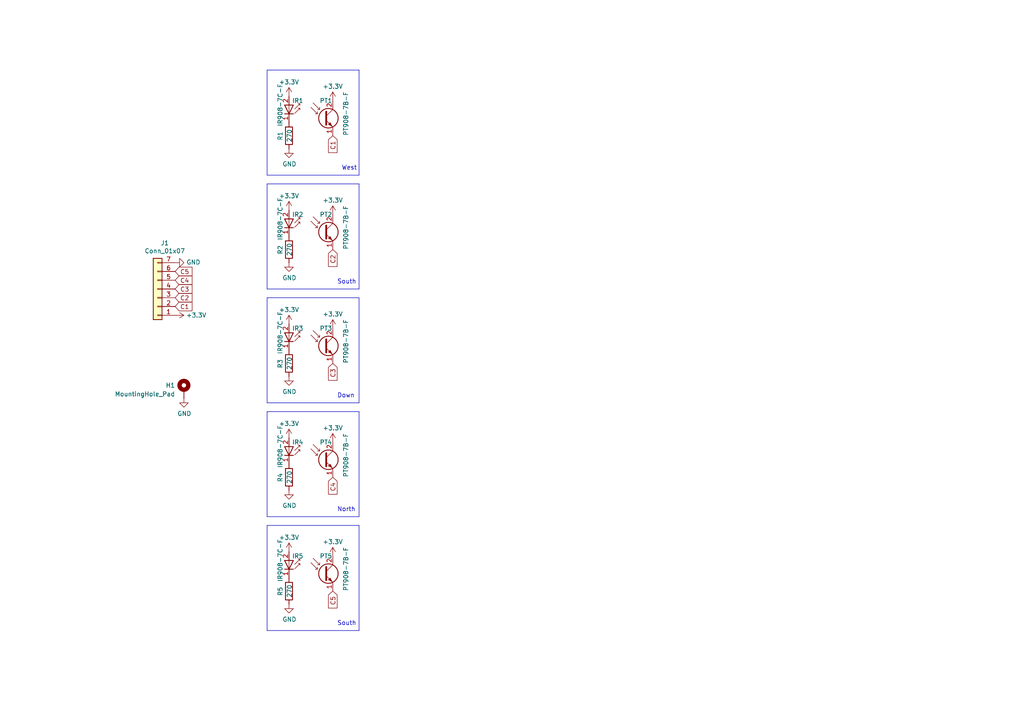
<source format=kicad_sch>
(kicad_sch (version 20230121) (generator eeschema)
  (paper "A4")
  (lib_symbols
    (symbol "Connector_Generic:Conn_01x07" (pin_names (offset 1.016) hide)
      (property "Reference" "J" (at 0 10.16 0))
      (property "Value" "Conn_01x07" (at 0 -10.16 0))
      (symbol "Conn_01x07_1_1"
        (rectangle (start -1.27 -7.493) (end 0 -7.747) (stroke (width 0.1524)))
        (rectangle (start -1.27 -4.953) (end 0 -5.207) (stroke (width 0.1524)))
        (rectangle (start -1.27 -2.413) (end 0 -2.667) (stroke (width 0.1524)))
        (rectangle (start -1.27 0.127) (end 0 -0.127) (stroke (width 0.1524)))
        (rectangle (start -1.27 2.667) (end 0 2.413) (stroke (width 0.1524)))
        (rectangle (start -1.27 5.207) (end 0 4.953) (stroke (width 0.1524)))
        (rectangle (start -1.27 7.747) (end 0 7.493) (stroke (width 0.1524)))
        (rectangle (start -1.27 8.89) (end 1.27 -8.89) (stroke (width 0.254)) (fill (type background)))
        (pin passive line (at -5.08 7.62 0) (length 3.81) (name "Pin_1") (number "1"))
        (pin passive line (at -5.08 5.08 0) (length 3.81) (name "Pin_2") (number "2"))
        (pin passive line (at -5.08 2.54 0) (length 3.81) (name "Pin_3") (number "3"))
        (pin passive line (at -5.08 0 0) (length 3.81) (name "Pin_4") (number "4"))
        (pin passive line (at -5.08 -2.54 0) (length 3.81) (name "Pin_5") (number "5"))
        (pin passive line (at -5.08 -5.08 0) (length 3.81) (name "Pin_6") (number "6"))
        (pin passive line (at -5.08 -7.62 0) (length 3.81) (name "Pin_7") (number "7"))
      )
    )
    (symbol "Device:R" (pin_numbers hide) (pin_names (offset 0))
      (property "Reference" "R" (at 2.032 0 90))
      (property "Value" "R" (at 0 0 90))
      (symbol "R_0_1"
        (rectangle (start -1.016 -2.54) (end 1.016 2.54) (stroke (width 0.254)))
      )
      (symbol "R_1_1"
        (pin passive line (at 0 3.81 270) (length 1.27) (name "~") (number "1"))
        (pin passive line (at 0 -3.81 90) (length 1.27) (name "~") (number "2"))
      )
    )
    (symbol "Mechanical:MountingHole_Pad" (pin_numbers hide) (pin_names (offset 1.016) hide)
      (property "Reference" "H" (at 0 6.35 0))
      (property "Value" "MountingHole_Pad" (at 0 4.445 0))
      (symbol "MountingHole_Pad_0_1"
        (circle (center 0 1.27) (radius 1.27) (stroke (width 1.27)))
      )
      (symbol "MountingHole_Pad_1_1"
        (pin input line (at 0 -2.54 90) (length 2.54) (name "1") (number "1"))
      )
    )
    (symbol "lalboard:IR908-7C-F" (pin_names (offset 1.016) hide)
      (property "Reference" "D" (at 1.778 3.048 0))
      (property "Value" "IR908-7C-F" (at -1.016 -2.794 0))
      (symbol "IR908-7C-F_0_1"
        (polyline (pts (xy -2.54 0) (xy 0 0)))
        (polyline (pts (xy -2.54 1.27) (xy -2.54 -1.27)) (stroke (width 0.254)))
        (polyline (pts (xy 0.381 3.175) (xy -0.127 3.175)))
        (polyline (pts (xy -1.143 1.651) (xy 0.381 3.175) (xy 0.381 2.667)))
        (polyline (pts (xy 0 -1.27) (xy 0 1.27) (xy -2.54 0) (xy 0 -1.27)) (stroke (width 0.254)))
        (polyline (pts (xy -2.413 1.651) (xy -0.889 3.175) (xy -0.889 2.667) (xy -0.889 3.175) (xy -1.397 3.175)))
      )
      (symbol "IR908-7C-F_1_1"
        (pin passive line (at -5.08 0 0) (length 2.54) (name "K") (number "1"))
        (pin passive line (at 2.54 0 180) (length 2.54) (name "A") (number "2"))
      )
    )
    (symbol "lalboard:PT908-7B-F" (pin_names (offset 0) hide)
      (property "Reference" "Q" (at 5.08 1.27 0))
      (property "Value" "PT908-7B-F" (at 5.08 -1.27 0))
      (symbol "PT908-7B-F_0_1"
        (polyline (pts (xy -1.905 1.27) (xy -2.54 1.27)))
        (polyline (pts (xy -1.27 2.54) (xy -1.905 2.54)))
        (polyline (pts (xy 0.635 0.635) (xy 2.54 2.54)))
        (polyline (pts (xy -3.81 3.175) (xy -1.905 1.27) (xy -1.905 1.905)))
        (polyline (pts (xy -3.175 4.445) (xy -1.27 2.54) (xy -1.27 3.175)))
        (polyline (pts (xy 0.635 -0.635) (xy 2.54 -2.54) (xy 2.54 -2.54)))
        (polyline (pts (xy 0.635 1.905) (xy 0.635 -1.905) (xy 0.635 -1.905)) (stroke (width 0.508)))
        (polyline (pts (xy 1.27 -1.778) (xy 1.778 -1.27) (xy 2.286 -2.286) (xy 1.27 -1.778) (xy 1.27 -1.778)) (fill (type outline)))
        (circle (center 1.27 0) (radius 2.8194) (stroke (width 0.254)))
      )
      (symbol "PT908-7B-F_1_1"
        (pin passive line (at 2.54 -5.08 90) (length 2.54) (name "E") (number "1"))
        (pin passive line (at 2.54 5.08 270) (length 2.54) (name "C") (number "2"))
      )
    )
    (symbol "power:+3.3V" (power) (pin_names (offset 0))
      (property "Value" "+3.3V" (at 0 3.556 0))
      (symbol "+3.3V_0_1"
        (polyline (pts (xy -0.762 1.27) (xy 0 2.54)))
        (polyline (pts (xy 0 0) (xy 0 2.54)))
        (polyline (pts (xy 0 2.54) (xy 0.762 1.27)))
      )
      (symbol "+3.3V_1_1"
        (pin power_in line (at 0 0 90) (length 0) hide (name "+3.3V") (number "1"))
      )
    )
    (symbol "power:GND" (power) (pin_names (offset 0))
      (property "Value" "GND" (at 0 -3.81 0))
      (symbol "GND_0_1"
        (polyline (pts (xy 0 0) (xy 0 -1.27) (xy 1.27 -1.27) (xy 0 -2.54) (xy -1.27 -1.27) (xy 0 -1.27)))
      )
      (symbol "GND_1_1"
        (pin power_in line (at 0 0 270) (length 0) hide (name "GND") (number "1"))
      )
    )
  )
  (polyline (pts (xy 77.47 152.4) (xy 104.14 152.4)))
  (polyline (pts (xy 77.47 20.32) (xy 104.14 20.32)))
  (polyline (pts (xy 77.47 119.38) (xy 104.14 119.38)))
  (polyline (pts (xy 77.47 53.34) (xy 104.14 53.34)))
  (polyline (pts (xy 77.47 20.32) (xy 77.47 50.8)))
  (polyline (pts (xy 77.47 86.36) (xy 77.47 116.84)))
  (polyline (pts (xy 104.14 20.32) (xy 104.14 50.8)))
  (polyline (pts (xy 104.14 149.86) (xy 77.47 149.86)))
  (polyline (pts (xy 77.47 152.4) (xy 77.47 182.88)))
  (polyline (pts (xy 77.47 119.38) (xy 77.47 149.86)))
  (polyline (pts (xy 77.47 53.34) (xy 77.47 83.82)))
  (polyline (pts (xy 104.14 119.38) (xy 104.14 149.86)))
  (polyline (pts (xy 104.14 152.4) (xy 104.14 182.88)))
  (polyline (pts (xy 104.14 83.82) (xy 77.47 83.82)))
  (polyline (pts (xy 104.14 86.36) (xy 104.14 116.84)))
  (polyline (pts (xy 104.14 116.84) (xy 77.47 116.84)))
  (polyline (pts (xy 104.14 50.8) (xy 77.47 50.8)))
  (polyline (pts (xy 104.14 182.88) (xy 77.47 182.88)))
  (polyline (pts (xy 104.14 53.34) (xy 104.14 83.82)))
  (polyline (pts (xy 77.47 86.36) (xy 104.14 86.36)))
  (text "Down" (at 97.79 115.57 0) (effects (font (size 1.27 1.27)) (justify left bottom)))
  (text "North" (at 97.79 148.59 0) (effects (font (size 1.27 1.27)) (justify left bottom)))
  (text "West" (at 99.06 49.53 0) (effects (font (size 1.27 1.27)) (justify left bottom)))
  (text "South" (at 97.79 82.55 0) (effects (font (size 1.27 1.27)) (justify left bottom)))
  (text "South" (at 97.79 181.61 0) (effects (font (size 1.27 1.27)) (justify left bottom)))
  (global_label "C5" (shape input) (at 96.52 171.45 270) (property "Intersheetrefs" "${INTERSHEET_REFS}" (effects hide)))
  (global_label "C1" (shape input) (at 50.8 88.9 0) (property "Intersheetrefs" "${INTERSHEET_REFS}" (effects hide)))
  (global_label "C2" (shape input) (at 96.52 72.39 270) (property "Intersheetrefs" "${INTERSHEET_REFS}" (effects hide)))
  (global_label "C3" (shape input) (at 50.8 83.82 0) (property "Intersheetrefs" "${INTERSHEET_REFS}" (effects hide)))
  (global_label "C4" (shape input) (at 50.8 81.28 0) (property "Intersheetrefs" "${INTERSHEET_REFS}" (effects hide)))
  (global_label "C5" (shape input) (at 50.8 78.74 0) (property "Intersheetrefs" "${INTERSHEET_REFS}" (effects hide)))
  (global_label "C3" (shape input) (at 96.52 105.41 270) (property "Intersheetrefs" "${INTERSHEET_REFS}" (effects hide)))
  (global_label "C2" (shape input) (at 50.8 86.36 0) (property "Intersheetrefs" "${INTERSHEET_REFS}" (effects hide)))
  (global_label "C4" (shape input) (at 96.52 138.43 270) (property "Intersheetrefs" "${INTERSHEET_REFS}" (effects hide)))
  (global_label "C1" (shape input) (at 96.52 39.37 270) (property "Intersheetrefs" "${INTERSHEET_REFS}" (effects hide)))
  (symbol (lib_id "Connector_Generic:Conn_01x07") (at 45.72 83.82 180) (unit 1)
    (property "Reference" "J1" (at 47.8028 70.485 0))
    (property "Value" "Conn_01x07" (at 47.8028 72.7964 0))
    (property "Footprint" "lalboard:JST_ZH_S7B-ZR_1x07_P1.50mm_Horizontal" (effects hide))
  )
  (symbol (lib_id "lalboard:IR908-7C-F") (at 83.82 30.48 270) (mirror x) (unit 1)
    (property "Reference" "IR1" (at 86.36 29.21 90))
    (property "Value" "IR908-7C-F" (at 81.28 30.48 0))
    (property "Footprint" "lalboard:IR908-7C-F" (effects hide))
    (property "Datasheet" "https://www.everlight.com/file/ProductFile/201407052136280483.pdf" (effects hide))
  )
  (symbol (lib_id "lalboard:PT908-7B-F") (at 93.98 34.29 0) (unit 1)
    (property "Reference" "PT1" (at 92.71 29.21 0) (effects (justify left)))
    (property "Value" "PT908-7B-F" (at 100.33 39.37 90) (effects (justify left)))
    (property "Footprint" "lalboard:PT908-7C-F" (effects hide))
    (property "Datasheet" "https://www.everlight.com/file/ProductFile/PT908-7B-F.pdf" (effects hide))
  )
  (symbol (lib_id "Device:R") (at 83.82 39.37 180) (unit 1)
    (property "Reference" "R1" (at 81.28 38.1 90) (effects (justify left)))
    (property "Value" "270" (at 83.9724 37.4396 90) (effects (justify left)))
    (property "Footprint" "Resistor_SMD:R_0805_2012Metric_Pad1.20x1.40mm_HandSolder" (effects hide))
  )
  (symbol (lib_id "power:GND") (at 83.82 43.18 0) (unit 1)
    (property "Reference" "#PWR03" (effects hide))
    (property "Value" "GND" (at 83.947 47.5742 0))
  )
  (symbol (lib_id "power:GND") (at 50.8 76.2 90) (unit 1)
    (property "Reference" "#PWR01" (effects hide))
    (property "Value" "GND" (at 54.0512 76.073 90) (effects (justify right)))
  )
  (symbol (lib_id "lalboard:PT908-7B-F") (at 93.98 67.31 0) (unit 1)
    (property "Reference" "PT2" (at 92.71 62.23 0) (effects (justify left)))
    (property "Value" "PT908-7B-F" (at 100.33 72.39 90) (effects (justify left)))
    (property "Footprint" "lalboard:PT908-7C-F" (effects hide))
    (property "Datasheet" "https://www.everlight.com/file/ProductFile/PT908-7B-F.pdf" (effects hide))
  )
  (symbol (lib_id "Device:R") (at 83.82 72.39 180) (unit 1)
    (property "Reference" "R2" (at 81.28 71.12 90) (effects (justify left)))
    (property "Value" "270" (at 83.9724 70.4596 90) (effects (justify left)))
    (property "Footprint" "Resistor_SMD:R_0805_2012Metric_Pad1.20x1.40mm_HandSolder" (effects hide))
  )
  (symbol (lib_id "lalboard:IR908-7C-F") (at 83.82 63.5 270) (mirror x) (unit 1)
    (property "Reference" "IR2" (at 86.36 62.23 90))
    (property "Value" "IR908-7C-F" (at 81.28 63.5 0))
    (property "Footprint" "lalboard:IR908-7C-F" (effects hide))
    (property "Datasheet" "https://www.everlight.com/file/ProductFile/201407052136280483.pdf" (effects hide))
  )
  (symbol (lib_id "power:GND") (at 83.82 76.2 0) (unit 1)
    (property "Reference" "#PWR0102" (effects hide))
    (property "Value" "GND" (at 83.947 80.5942 0))
  )
  (symbol (lib_id "lalboard:PT908-7B-F") (at 93.98 100.33 0) (unit 1)
    (property "Reference" "PT3" (at 92.71 95.25 0) (effects (justify left)))
    (property "Value" "PT908-7B-F" (at 100.33 105.41 90) (effects (justify left)))
    (property "Footprint" "lalboard:PT908-7C-F" (effects hide))
    (property "Datasheet" "https://www.everlight.com/file/ProductFile/PT908-7B-F.pdf" (effects hide))
  )
  (symbol (lib_id "Device:R") (at 83.82 105.41 180) (unit 1)
    (property "Reference" "R3" (at 81.28 104.14 90) (effects (justify left)))
    (property "Value" "270" (at 83.9724 103.4796 90) (effects (justify left)))
    (property "Footprint" "Resistor_SMD:R_0805_2012Metric_Pad1.20x1.40mm_HandSolder" (effects hide))
  )
  (symbol (lib_id "lalboard:IR908-7C-F") (at 83.82 96.52 270) (mirror x) (unit 1)
    (property "Reference" "IR3" (at 86.36 95.25 90))
    (property "Value" "IR908-7C-F" (at 81.28 96.52 0))
    (property "Footprint" "lalboard:IR908-7C-F" (effects hide))
    (property "Datasheet" "https://www.everlight.com/file/ProductFile/201407052136280483.pdf" (effects hide))
  )
  (symbol (lib_id "power:GND") (at 83.82 109.22 0) (unit 1)
    (property "Reference" "#PWR0105" (effects hide))
    (property "Value" "GND" (at 83.947 113.6142 0))
  )
  (symbol (lib_id "lalboard:PT908-7B-F") (at 93.98 133.35 0) (unit 1)
    (property "Reference" "PT4" (at 92.71 128.27 0) (effects (justify left)))
    (property "Value" "PT908-7B-F" (at 100.33 138.43 90) (effects (justify left)))
    (property "Footprint" "lalboard:PT908-7C-F" (effects hide))
    (property "Datasheet" "https://www.everlight.com/file/ProductFile/PT908-7B-F.pdf" (effects hide))
  )
  (symbol (lib_id "Device:R") (at 83.82 138.43 180) (unit 1)
    (property "Reference" "R4" (at 81.28 137.16 90) (effects (justify left)))
    (property "Value" "270" (at 83.9724 136.4996 90) (effects (justify left)))
    (property "Footprint" "Resistor_SMD:R_0805_2012Metric_Pad1.20x1.40mm_HandSolder" (effects hide))
  )
  (symbol (lib_id "lalboard:IR908-7C-F") (at 83.82 129.54 270) (mirror x) (unit 1)
    (property "Reference" "IR4" (at 86.36 128.27 90))
    (property "Value" "IR908-7C-F" (at 81.28 129.54 0))
    (property "Footprint" "lalboard:IR908-7C-F" (effects hide))
    (property "Datasheet" "https://www.everlight.com/file/ProductFile/201407052136280483.pdf" (effects hide))
  )
  (symbol (lib_id "power:GND") (at 83.82 142.24 0) (unit 1)
    (property "Reference" "#PWR0108" (effects hide))
    (property "Value" "GND" (at 83.947 146.6342 0))
  )
  (symbol (lib_id "lalboard:PT908-7B-F") (at 93.98 166.37 0) (unit 1)
    (property "Reference" "PT5" (at 92.71 161.29 0) (effects (justify left)))
    (property "Value" "PT908-7B-F" (at 100.33 171.45 90) (effects (justify left)))
    (property "Footprint" "lalboard:PT908-7C-F" (effects hide))
    (property "Datasheet" "https://www.everlight.com/file/ProductFile/PT908-7B-F.pdf" (effects hide))
  )
  (symbol (lib_id "Device:R") (at 83.82 171.45 180) (unit 1)
    (property "Reference" "R5" (at 81.28 170.18 90) (effects (justify left)))
    (property "Value" "270" (at 83.9724 169.5196 90) (effects (justify left)))
    (property "Footprint" "Resistor_SMD:R_0805_2012Metric_Pad1.20x1.40mm_HandSolder" (effects hide))
  )
  (symbol (lib_id "lalboard:IR908-7C-F") (at 83.82 162.56 270) (mirror x) (unit 1)
    (property "Reference" "IR5" (at 86.36 161.29 90))
    (property "Value" "IR908-7C-F" (at 81.28 162.56 0))
    (property "Footprint" "lalboard:IR908-7C-F" (effects hide))
    (property "Datasheet" "https://www.everlight.com/file/ProductFile/201407052136280483.pdf" (effects hide))
  )
  (symbol (lib_id "power:GND") (at 83.82 175.26 0) (unit 1)
    (property "Reference" "#PWR0111" (effects hide))
    (property "Value" "GND" (at 83.947 179.6542 0))
  )
  (symbol (lib_id "power:+3.3V") (at 96.52 29.21 0) (unit 1)
    (property "Reference" "#PWR05" (effects hide))
    (property "Value" "+3.3V" (at 96.52 25.0769 0))
  )
  (symbol (lib_id "power:+3.3V") (at 83.82 60.96 0) (unit 1)
    (property "Reference" "#PWR06" (effects hide))
    (property "Value" "+3.3V" (at 83.82 56.8269 0))
  )
  (symbol (lib_id "power:+3.3V") (at 96.52 161.29 0) (unit 1)
    (property "Reference" "#PWR013" (effects hide))
    (property "Value" "+3.3V" (at 96.52 157.1569 0))
  )
  (symbol (lib_id "power:+3.3V") (at 83.82 93.98 0) (unit 1)
    (property "Reference" "#PWR08" (effects hide))
    (property "Value" "+3.3V" (at 83.82 89.8469 0))
  )
  (symbol (lib_id "Mechanical:MountingHole_Pad") (at 53.34 113.03 0) (unit 1)
    (property "Reference" "H1" (at 50.8 111.76 0) (effects (justify right)))
    (property "Value" "MountingHole_Pad" (at 50.8 114.3 0) (effects (justify right)))
    (property "Footprint" "MountingHole:MountingHole_3.2mm_M3_DIN965_Pad" (effects hide))
  )
  (symbol (lib_id "power:+3.3V") (at 96.52 128.27 0) (unit 1)
    (property "Reference" "#PWR011" (effects hide))
    (property "Value" "+3.3V" (at 96.52 124.1369 0))
  )
  (symbol (lib_id "power:GND") (at 53.34 115.57 0) (unit 1)
    (property "Reference" "#PWR?" (effects hide))
    (property "Value" "GND" (at 53.467 119.9642 0))
  )
  (symbol (lib_id "power:+3.3V") (at 83.82 127 0) (unit 1)
    (property "Reference" "#PWR010" (effects hide))
    (property "Value" "+3.3V" (at 83.82 122.8669 0))
  )
  (symbol (lib_id "power:+3.3V") (at 96.52 95.25 0) (unit 1)
    (property "Reference" "#PWR09" (effects hide))
    (property "Value" "+3.3V" (at 96.52 91.1169 0))
  )
  (symbol (lib_id "power:+3.3V") (at 50.8 91.44 270) (unit 1)
    (property "Reference" "#PWR02" (effects hide))
    (property "Value" "+3.3V" (at 53.975 91.44 90) (effects (justify left)))
  )
  (symbol (lib_id "power:+3.3V") (at 83.82 27.94 0) (unit 1)
    (property "Reference" "#PWR04" (effects hide))
    (property "Value" "+3.3V" (at 83.82 23.8069 0))
  )
  (symbol (lib_id "power:+3.3V") (at 96.52 62.23 0) (unit 1)
    (property "Reference" "#PWR07" (effects hide))
    (property "Value" "+3.3V" (at 96.52 58.0969 0))
  )
  (symbol (lib_id "power:+3.3V") (at 83.82 160.02 0) (unit 1)
    (property "Reference" "#PWR012" (effects hide))
    (property "Value" "+3.3V" (at 83.82 155.8869 0))
  )
)
</source>
